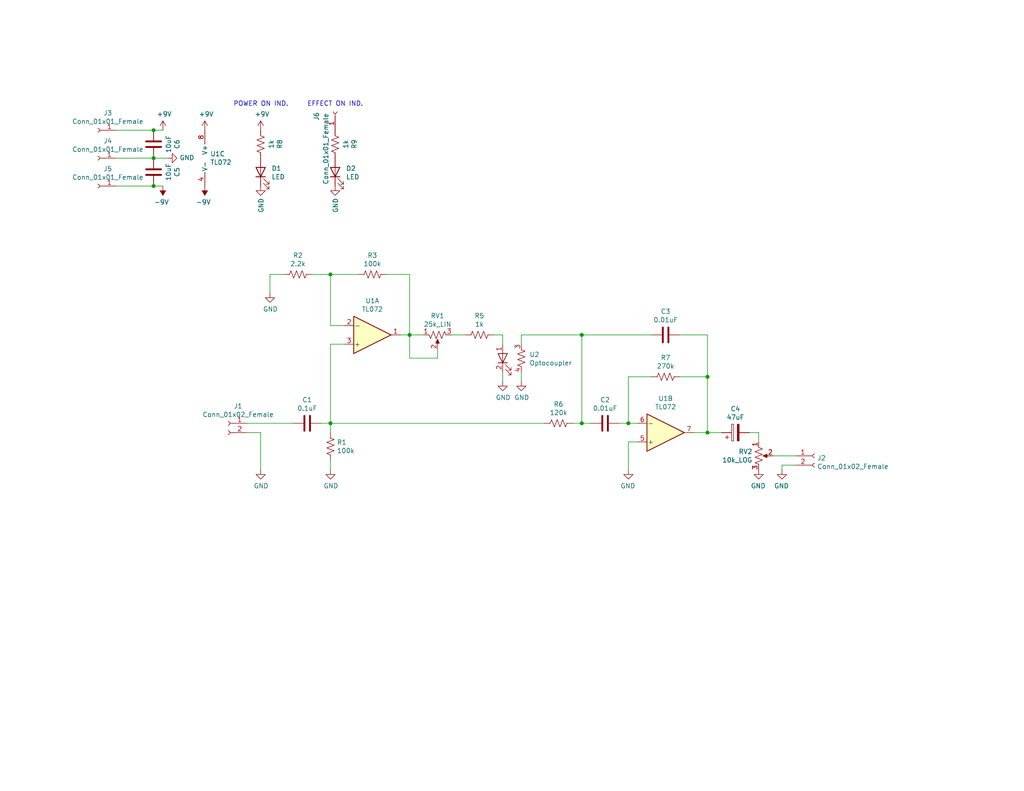
<source format=kicad_sch>
(kicad_sch (version 20211123) (generator eeschema)
  (paper "USLetter")
  (title_block (title "OttoWah"))
  (lib_symbols
    (symbol "Amplifier_Operational:TL072" (pin_names (offset 0.127))
      (property "Reference" "U" (at 0 5.08 0))
      (property "Value" "TL072" (at 0 -5.08 0))
      (symbol "TL072_1_1"
        (polyline (pts (xy -5.08 5.08) (xy 5.08 0) (xy -5.08 -5.08) (xy -5.08 5.08)) (stroke (width 0.254)) (fill (type background)))
        (pin output line (at 7.62 0 180) (length 2.54) (name "~") (number "1"))
        (pin input line (at -7.62 -2.54 0) (length 2.54) (name "-") (number "2"))
        (pin input line (at -7.62 2.54 0) (length 2.54) (name "+") (number "3"))
      )
      (symbol "TL072_2_1"
        (polyline (pts (xy -5.08 5.08) (xy 5.08 0) (xy -5.08 -5.08) (xy -5.08 5.08)) (stroke (width 0.254)) (fill (type background)))
        (pin input line (at -7.62 2.54 0) (length 2.54) (name "+") (number "5"))
        (pin input line (at -7.62 -2.54 0) (length 2.54) (name "-") (number "6"))
        (pin output line (at 7.62 0 180) (length 2.54) (name "~") (number "7"))
      )
      (symbol "TL072_3_1"
        (pin power_in line (at -2.54 -7.62 90) (length 3.81) (name "V-") (number "4"))
        (pin power_in line (at -2.54 7.62 270) (length 3.81) (name "V+") (number "8"))
      )
    )
    (symbol "Connector:Conn_01x01_Female" (pin_names (offset 1.016) hide)
      (property "Reference" "J" (at 0 2.54 0))
      (property "Value" "Conn_01x01_Female" (at 0 -2.54 0))
      (symbol "Conn_01x01_Female_1_1"
        (polyline (pts (xy -1.27 0) (xy -0.508 0)) (stroke (width 0.1524)))
        (arc (start 0 0.508) (mid -0.508 0) (end 0 -0.508) (stroke (width 0.1524)))
        (pin passive line (at -5.08 0 0) (length 3.81) (name "Pin_1") (number "1"))
      )
    )
    (symbol "Connector:Conn_01x02_Female" (pin_names (offset 1.016) hide)
      (property "Reference" "J" (at 0 2.54 0))
      (property "Value" "Conn_01x02_Female" (at 0 -5.08 0))
      (symbol "Conn_01x02_Female_1_1"
        (arc (start 0 -2.032) (mid -0.508 -2.54) (end 0 -3.048) (stroke (width 0.1524)))
        (polyline (pts (xy -1.27 -2.54) (xy -0.508 -2.54)) (stroke (width 0.1524)))
        (polyline (pts (xy -1.27 0) (xy -0.508 0)) (stroke (width 0.1524)))
        (arc (start 0 0.508) (mid -0.508 0) (end 0 -0.508) (stroke (width 0.1524)))
        (pin passive line (at -5.08 0 0) (length 3.81) (name "Pin_1") (number "1"))
        (pin passive line (at -5.08 -2.54 0) (length 3.81) (name "Pin_2") (number "2"))
      )
    )
    (symbol "Device:C" (pin_numbers hide) (pin_names (offset 0.254))
      (property "Reference" "C" (at 0.635 2.54 0))
      (property "Value" "C" (at 0.635 -2.54 0))
      (symbol "C_0_1"
        (polyline (pts (xy -2.032 -0.762) (xy 2.032 -0.762)) (stroke (width 0.508)))
        (polyline (pts (xy -2.032 0.762) (xy 2.032 0.762)) (stroke (width 0.508)))
      )
      (symbol "C_1_1"
        (pin passive line (at 0 3.81 270) (length 2.794) (name "~") (number "1"))
        (pin passive line (at 0 -3.81 90) (length 2.794) (name "~") (number "2"))
      )
    )
    (symbol "Device:LED" (pin_numbers hide) (pin_names (offset 1.016) hide)
      (property "Reference" "D" (at 0 2.54 0))
      (property "Value" "LED" (at 0 -2.54 0))
      (symbol "LED_0_1"
        (polyline (pts (xy -1.27 -1.27) (xy -1.27 1.27)) (stroke (width 0.254)))
        (polyline (pts (xy -1.27 0) (xy 1.27 0)))
        (polyline (pts (xy 1.27 -1.27) (xy 1.27 1.27) (xy -1.27 0) (xy 1.27 -1.27)) (stroke (width 0.254)))
        (polyline (pts (xy -3.048 -0.762) (xy -4.572 -2.286) (xy -3.81 -2.286) (xy -4.572 -2.286) (xy -4.572 -1.524)))
        (polyline (pts (xy -1.778 -0.762) (xy -3.302 -2.286) (xy -2.54 -2.286) (xy -3.302 -2.286) (xy -3.302 -1.524)))
      )
      (symbol "LED_1_1"
        (pin passive line (at -3.81 0 0) (length 2.54) (name "K") (number "1"))
        (pin passive line (at 3.81 0 180) (length 2.54) (name "A") (number "2"))
      )
    )
    (symbol "Device:R_US" (pin_numbers hide) (pin_names (offset 0))
      (property "Reference" "R" (at 2.54 0 90))
      (property "Value" "R_US" (at -2.54 0 90))
      (symbol "R_US_0_1"
        (polyline (pts (xy 0 -2.286) (xy 0 -2.54)))
        (polyline (pts (xy 0 2.286) (xy 0 2.54)))
        (polyline (pts (xy 0 -0.762) (xy 1.016 -1.143) (xy 0 -1.524) (xy -1.016 -1.905) (xy 0 -2.286)))
        (polyline (pts (xy 0 0.762) (xy 1.016 0.381) (xy 0 0) (xy -1.016 -0.381) (xy 0 -0.762)))
        (polyline (pts (xy 0 2.286) (xy 1.016 1.905) (xy 0 1.524) (xy -1.016 1.143) (xy 0 0.762)))
      )
      (symbol "R_US_1_1"
        (pin passive line (at 0 3.81 270) (length 1.27) (name "~") (number "1"))
        (pin passive line (at 0 -3.81 90) (length 1.27) (name "~") (number "2"))
      )
    )
    (symbol "OttoWah-rescue:CP-Device" (pin_numbers hide) (pin_names (offset 0.254))
      (property "Reference" "C" (at 0.635 2.54 0))
      (property "Value" "CP-Device" (at 0.635 -2.54 0))
      (symbol "CP-Device_0_1"
        (rectangle (start -2.286 0.508) (end 2.286 1.016))
        (polyline (pts (xy -1.778 2.286) (xy -0.762 2.286)))
        (polyline (pts (xy -1.27 2.794) (xy -1.27 1.778)))
        (rectangle (start 2.286 -0.508) (end -2.286 -1.016) (fill (type outline)))
      )
      (symbol "CP-Device_1_1"
        (pin passive line (at 0 3.81 270) (length 2.794) (name "~") (number "1"))
        (pin passive line (at 0 -3.81 90) (length 2.794) (name "~") (number "2"))
      )
    )
    (symbol "OttoWah-rescue:Optocoupler-ElectronicsForGuitarists-DentonDaily" (pin_names (offset 1.016) hide)
      (property "Reference" "U" (at -7.62 -1.27 0))
      (property "Value" "Optocoupler-ElectronicsForGuitarists-DentonDaily" (at -7.62 1.27 0))
      (symbol "Optocoupler-ElectronicsForGuitarists-DentonDaily_1_1"
        (polyline (pts (xy -2.54 -7.62) (xy -2.54 -5.08)))
        (polyline (pts (xy -1.27 -7.62) (xy -3.81 -7.62)) (stroke (width 0.2032)))
        (polyline (pts (xy 2.54 -8.636) (xy 2.54 -8.89)))
        (polyline (pts (xy 2.54 -4.064) (xy 2.54 -3.81)))
        (polyline (pts (xy -1.27 -5.08) (xy -3.81 -5.08) (xy -2.54 -7.62) (xy -1.27 -5.08)) (stroke (width 0.2032)))
        (polyline (pts (xy -1.778 -9.398) (xy -0.254 -10.922) (xy -0.254 -10.16) (xy -0.254 -10.922) (xy -1.016 -10.922)))
        (polyline (pts (xy -1.778 -8.128) (xy -0.254 -9.652) (xy -0.254 -8.89) (xy -0.254 -9.652) (xy -1.016 -9.652)))
        (polyline (pts (xy 2.54 -7.112) (xy 3.556 -7.493) (xy 2.54 -7.874) (xy 1.524 -8.255) (xy 2.54 -8.636)))
        (polyline (pts (xy 2.54 -5.588) (xy 3.556 -5.969) (xy 2.54 -6.35) (xy 1.524 -6.731) (xy 2.54 -7.112)))
        (polyline (pts (xy 2.54 -4.064) (xy 3.556 -4.445) (xy 2.54 -4.826) (xy 1.524 -5.207) (xy 2.54 -5.588)))
        (pin passive line (at -2.54 -2.54 270) (length 2.54) (name "A") (number "1"))
        (pin passive line (at -2.54 -10.16 90) (length 2.54) (name "K") (number "2"))
        (pin passive line (at 2.54 -2.54 270) (length 1.27) (name "~") (number "3"))
        (pin passive line (at 2.54 -10.16 90) (length 1.27) (name "~") (number "4"))
      )
    )
    (symbol "OttoWah-rescue:R_POT_US-Device" (pin_names (offset 1.016) hide)
      (property "Reference" "RV" (at -4.445 0 90))
      (property "Value" "R_POT_US-Device" (at -2.54 0 90))
      (symbol "R_POT_US-Device_0_1"
        (polyline (pts (xy 0 -2.286) (xy 0 -2.54)))
        (polyline (pts (xy 0 2.54) (xy 0 2.286)))
        (polyline (pts (xy 2.54 0) (xy 1.524 0)))
        (polyline (pts (xy 1.143 0) (xy 2.286 0.508) (xy 2.286 -0.508) (xy 1.143 0)) (fill (type outline)))
        (polyline (pts (xy 0 -0.762) (xy 1.016 -1.143) (xy 0 -1.524) (xy -1.016 -1.905) (xy 0 -2.286)))
        (polyline (pts (xy 0 0.762) (xy 1.016 0.381) (xy 0 0) (xy -1.016 -0.381) (xy 0 -0.762)))
        (polyline (pts (xy 0 2.286) (xy 1.016 1.905) (xy 0 1.524) (xy -1.016 1.143) (xy 0 0.762)))
      )
      (symbol "R_POT_US-Device_1_1"
        (pin passive line (at 0 3.81 270) (length 1.27) (name "1") (number "1"))
        (pin passive line (at 3.81 0 180) (length 1.27) (name "2") (number "2"))
        (pin passive line (at 0 -3.81 90) (length 1.27) (name "3") (number "3"))
      )
    )
    (symbol "power:+9V" (power) (pin_names (offset 0))
      (property "Value" "+9V" (at 0 3.556 0))
      (symbol "+9V_0_1"
        (polyline (pts (xy -0.762 1.27) (xy 0 2.54)))
        (polyline (pts (xy 0 0) (xy 0 2.54)))
        (polyline (pts (xy 0 2.54) (xy 0.762 1.27)))
      )
      (symbol "+9V_1_1"
        (pin power_in line (at 0 0 90) (length 0) hide (name "+9V") (number "1"))
      )
    )
    (symbol "power:-9V" (power) (pin_names (offset 0))
      (property "Value" "-9V" (at 0 3.81 0))
      (symbol "-9V_0_1"
        (polyline (pts (xy 0 0) (xy 0 2.54)))
        (polyline (pts (xy 0.762 1.27) (xy -0.762 1.27) (xy 0 2.54) (xy 0.762 1.27)) (fill (type outline)))
      )
      (symbol "-9V_1_1"
        (pin power_in line (at 0 0 90) (length 0) hide (name "-9V") (number "1"))
      )
    )
    (symbol "power:GND" (power) (pin_names (offset 0))
      (property "Value" "GND" (at 0 -3.81 0))
      (symbol "GND_0_1"
        (polyline (pts (xy 0 0) (xy 0 -1.27) (xy 1.27 -1.27) (xy 0 -2.54) (xy -1.27 -1.27) (xy 0 -1.27)))
      )
      (symbol "GND_1_1"
        (pin power_in line (at 0 0 270) (length 0) hide (name "GND") (number "1"))
      )
    )
  )
  (junction (at 193.04 102.87))
  (junction (at 90.17 74.93))
  (junction (at 158.75 115.57))
  (junction (at 90.17 115.57))
  (junction (at 41.91 35.56))
  (junction (at 193.04 118.11))
  (junction (at 158.75 91.44))
  (junction (at 171.45 115.57))
  (junction (at 41.91 43.18))
  (junction (at 41.91 50.8))
  (junction (at 111.76 91.44))
  (wire (pts (xy 137.16 91.44) (xy 137.16 93.98)))
  (wire (pts (xy 90.17 125.73) (xy 90.17 128.27)))
  (wire (pts (xy 41.91 43.18) (xy 45.72 43.18)))
  (wire (pts (xy 93.98 93.98) (xy 90.17 93.98)))
  (wire (pts (xy 185.42 91.44) (xy 193.04 91.44)))
  (wire (pts (xy 77.47 74.93) (xy 73.66 74.93)))
  (wire (pts (xy 111.76 91.44) (xy 115.57 91.44)))
  (wire (pts (xy 142.24 91.44) (xy 158.75 91.44)))
  (wire (pts (xy 171.45 115.57) (xy 173.99 115.57)))
  (wire (pts (xy 31.75 35.56) (xy 41.91 35.56)))
  (wire (pts (xy 41.91 35.56) (xy 44.45 35.56)))
  (wire (pts (xy 213.36 127) (xy 213.36 128.27)))
  (wire (pts (xy 123.19 91.44) (xy 127 91.44)))
  (wire (pts (xy 158.75 115.57) (xy 161.29 115.57)))
  (wire (pts (xy 90.17 88.9) (xy 93.98 88.9)))
  (wire (pts (xy 185.42 102.87) (xy 193.04 102.87)))
  (wire (pts (xy 41.91 50.8) (xy 44.45 50.8)))
  (wire (pts (xy 119.38 97.79) (xy 119.38 95.25)))
  (wire (pts (xy 73.66 74.93) (xy 73.66 80.01)))
  (wire (pts (xy 173.99 120.65) (xy 171.45 120.65)))
  (wire (pts (xy 71.12 118.11) (xy 71.12 128.27)))
  (wire (pts (xy 31.75 43.18) (xy 41.91 43.18)))
  (wire (pts (xy 158.75 91.44) (xy 158.75 115.57)))
  (wire (pts (xy 217.17 127) (xy 213.36 127)))
  (wire (pts (xy 142.24 91.44) (xy 142.24 93.98)))
  (wire (pts (xy 87.63 115.57) (xy 90.17 115.57)))
  (wire (pts (xy 171.45 120.65) (xy 171.45 128.27)))
  (wire (pts (xy 109.22 91.44) (xy 111.76 91.44)))
  (wire (pts (xy 67.31 118.11) (xy 71.12 118.11)))
  (wire (pts (xy 111.76 91.44) (xy 111.76 74.93)))
  (wire (pts (xy 137.16 101.6) (xy 137.16 104.14)))
  (wire (pts (xy 193.04 91.44) (xy 193.04 102.87)))
  (wire (pts (xy 67.31 115.57) (xy 80.01 115.57)))
  (wire (pts (xy 31.75 50.8) (xy 41.91 50.8)))
  (wire (pts (xy 142.24 101.6) (xy 142.24 104.14)))
  (wire (pts (xy 148.59 115.57) (xy 90.17 115.57)))
  (wire (pts (xy 193.04 118.11) (xy 189.23 118.11)))
  (wire (pts (xy 207.01 118.11) (xy 207.01 120.65)))
  (wire (pts (xy 168.91 115.57) (xy 171.45 115.57)))
  (wire (pts (xy 177.8 102.87) (xy 171.45 102.87)))
  (wire (pts (xy 193.04 118.11) (xy 196.85 118.11)))
  (wire (pts (xy 111.76 74.93) (xy 105.41 74.93)))
  (wire (pts (xy 90.17 115.57) (xy 90.17 93.98)))
  (wire (pts (xy 90.17 74.93) (xy 90.17 88.9)))
  (wire (pts (xy 134.62 91.44) (xy 137.16 91.44)))
  (wire (pts (xy 97.79 74.93) (xy 90.17 74.93)))
  (wire (pts (xy 193.04 102.87) (xy 193.04 118.11)))
  (wire (pts (xy 111.76 97.79) (xy 119.38 97.79)))
  (wire (pts (xy 85.09 74.93) (xy 90.17 74.93)))
  (wire (pts (xy 156.21 115.57) (xy 158.75 115.57)))
  (wire (pts (xy 90.17 115.57) (xy 90.17 118.11)))
  (wire (pts (xy 171.45 102.87) (xy 171.45 115.57)))
  (wire (pts (xy 210.82 124.46) (xy 217.17 124.46)))
  (wire (pts (xy 177.8 91.44) (xy 158.75 91.44)))
  (wire (pts (xy 204.47 118.11) (xy 207.01 118.11)))
  (wire (pts (xy 111.76 91.44) (xy 111.76 97.79)))
  (text "EFFECT ON IND.\n" (at 83.82 29.21 0) (effects (font (size 1.27 1.27)) (justify left bottom)))
  (text "POWER ON IND.\n" (at 78.74 29.21 180) (effects (font (size 1.27 1.27)) (justify right bottom)))
  (symbol (lib_id "Device:C") (at 83.82 115.57 270) (unit 1)
    (property "Reference" "C1" (at 83.82 109.1692 90))
    (property "Value" "0.1uF" (at 83.82 111.4806 90))
    (property "Footprint" "Capacitor_THT:C_Disc_D5.0mm_W2.5mm_P5.00mm" (effects hide))
  )
  (symbol (lib_id "Device:R_US") (at 90.17 121.92 0) (unit 1)
    (property "Reference" "R1" (at 91.8972 120.7516 0) (effects (justify left)))
    (property "Value" "100k" (at 91.8972 123.063 0) (effects (justify left)))
    (property "Footprint" "Resistor_THT:R_Axial_DIN0204_L3.6mm_D1.6mm_P5.08mm_Horizontal" (effects hide))
  )
  (symbol (lib_id "power:GND") (at 90.17 128.27 0) (unit 1)
    (property "Reference" "#PWR0101" (effects hide))
    (property "Value" "GND" (at 90.297 132.6642 0))
  )
  (symbol (lib_id "Amplifier_Operational:TL072") (at 101.6 91.44 0) (mirror x) (unit 1)
    (property "Reference" "U1" (at 101.6 82.1182 0))
    (property "Value" "TL072" (at 101.6 84.4296 0))
    (property "Footprint" "Package_DIP:DIP-8_W7.62mm_Socket" (effects hide))
    (property "Datasheet" "http://www.ti.com/lit/ds/symlink/tl071.pdf" (effects hide))
  )
  (symbol (lib_id "Amplifier_Operational:TL072") (at 181.61 118.11 0) (mirror x) (unit 2)
    (property "Reference" "U1" (at 181.61 108.7882 0))
    (property "Value" "TL072" (at 181.61 111.0996 0))
    (property "Footprint" "Package_DIP:DIP-8_W7.62mm_Socket" (effects hide))
    (property "Datasheet" "http://www.ti.com/lit/ds/symlink/tl071.pdf" (effects hide))
  )
  (symbol (lib_id "Amplifier_Operational:TL072") (at 58.42 43.18 0) (unit 3)
    (property "Reference" "U1" (at 57.3532 42.0116 0) (effects (justify left)))
    (property "Value" "TL072" (at 57.3532 44.323 0) (effects (justify left)))
    (property "Footprint" "Package_DIP:DIP-8_W7.62mm_Socket" (effects hide))
    (property "Datasheet" "http://www.ti.com/lit/ds/symlink/tl071.pdf" (effects hide))
  )
  (symbol (lib_id "Device:C") (at 41.91 46.99 180) (unit 1)
    (property "Reference" "C5" (at 48.3108 46.99 90))
    (property "Value" "10uF" (at 45.9994 46.99 90))
    (property "Footprint" "Capacitor_THT:C_Disc_D5.0mm_W2.5mm_P5.00mm" (effects hide))
  )
  (symbol (lib_id "Device:C") (at 41.91 39.37 180) (unit 1)
    (property "Reference" "C6" (at 48.3108 39.37 90))
    (property "Value" "10uF" (at 45.9994 39.37 90))
    (property "Footprint" "Capacitor_THT:C_Disc_D5.0mm_W2.5mm_P5.00mm" (effects hide))
  )
  (symbol (lib_id "OttoWah-rescue:R_POT_US-Device") (at 119.38 91.44 90) (mirror x) (unit 1)
    (property "Reference" "RV1" (at 119.38 86.233 90))
    (property "Value" "25k_LIN" (at 119.38 88.5444 90))
    (property "Footprint" "Connector_PinHeader_2.54mm:PinHeader_1x03_P2.54mm_Vertical" (effects hide))
  )
  (symbol (lib_id "Device:R_US") (at 101.6 74.93 270) (unit 1)
    (property "Reference" "R3" (at 101.6 69.723 90))
    (property "Value" "100k" (at 101.6 72.0344 90))
    (property "Footprint" "Resistor_THT:R_Axial_DIN0204_L3.6mm_D1.6mm_P5.08mm_Horizontal" (effects hide))
  )
  (symbol (lib_id "Device:R_US") (at 81.28 74.93 270) (unit 1)
    (property "Reference" "R2" (at 81.28 69.723 90))
    (property "Value" "2.2k" (at 81.28 72.0344 90))
    (property "Footprint" "Resistor_THT:R_Axial_DIN0204_L3.6mm_D1.6mm_P5.08mm_Horizontal" (effects hide))
  )
  (symbol (lib_id "power:GND") (at 73.66 80.01 0) (unit 1)
    (property "Reference" "#PWR0102" (effects hide))
    (property "Value" "GND" (at 73.787 84.4042 0))
  )
  (symbol (lib_id "OttoWah-rescue:Optocoupler-ElectronicsForGuitarists-DentonDaily") (at 139.7 91.44 0) (unit 1)
    (property "Reference" "U2" (at 144.4498 96.7994 0) (effects (justify left)))
    (property "Value" "Optocoupler" (at 144.4498 99.1108 0) (effects (justify left)))
    (property "Footprint" "ElectronicsForGuitarists-DentonDaily:Optocoupler" (effects hide))
  )
  (symbol (lib_id "Connector:Conn_01x02_Female") (at 62.23 115.57 0) (mirror y) (unit 1)
    (property "Reference" "J1" (at 64.9732 110.871 0))
    (property "Value" "Conn_01x02_Female" (at 64.9732 113.1824 0))
    (property "Footprint" "Connector_PinHeader_2.54mm:PinHeader_1x02_P2.54mm_Vertical" (effects hide))
  )
  (symbol (lib_id "Device:R_US") (at 130.81 91.44 270) (unit 1)
    (property "Reference" "R5" (at 130.81 86.233 90))
    (property "Value" "1k" (at 130.81 88.5444 90))
    (property "Footprint" "Resistor_THT:R_Axial_DIN0204_L3.6mm_D1.6mm_P5.08mm_Horizontal" (effects hide))
  )
  (symbol (lib_id "power:GND") (at 71.12 128.27 0) (unit 1)
    (property "Reference" "#PWR0112" (effects hide))
    (property "Value" "GND" (at 71.247 132.6642 0))
  )
  (symbol (lib_id "power:GND") (at 137.16 104.14 0) (unit 1)
    (property "Reference" "#PWR0103" (effects hide))
    (property "Value" "GND" (at 137.287 108.5342 0))
  )
  (symbol (lib_id "power:GND") (at 142.24 104.14 0) (unit 1)
    (property "Reference" "#PWR0104" (effects hide))
    (property "Value" "GND" (at 142.367 108.5342 0))
  )
  (symbol (lib_id "Connector:Conn_01x02_Female") (at 222.25 124.46 0) (unit 1)
    (property "Reference" "J2" (at 222.9612 125.0696 0) (effects (justify left)))
    (property "Value" "Conn_01x02_Female" (at 222.9612 127.381 0) (effects (justify left)))
    (property "Footprint" "Connector_PinHeader_2.54mm:PinHeader_1x02_P2.54mm_Vertical" (effects hide))
  )
  (symbol (lib_id "power:GND") (at 213.36 128.27 0) (mirror y) (unit 1)
    (property "Reference" "#PWR0113" (effects hide))
    (property "Value" "GND" (at 213.233 132.6642 0))
  )
  (symbol (lib_id "Device:R_US") (at 152.4 115.57 270) (unit 1)
    (property "Reference" "R6" (at 152.4 110.363 90))
    (property "Value" "120k" (at 152.4 112.6744 90))
    (property "Footprint" "Resistor_THT:R_Axial_DIN0204_L3.6mm_D1.6mm_P5.08mm_Horizontal" (effects hide))
  )
  (symbol (lib_id "Device:C") (at 165.1 115.57 270) (unit 1)
    (property "Reference" "C2" (at 165.1 109.1692 90))
    (property "Value" "0.01uF" (at 165.1 111.4806 90))
    (property "Footprint" "Capacitor_THT:C_Disc_D5.0mm_W2.5mm_P5.00mm" (effects hide))
  )
  (symbol (lib_id "Device:C") (at 181.61 91.44 270) (unit 1)
    (property "Reference" "C3" (at 181.61 85.0392 90))
    (property "Value" "0.01uF" (at 181.61 87.3506 90))
    (property "Footprint" "Capacitor_THT:C_Disc_D5.0mm_W2.5mm_P5.00mm" (effects hide))
  )
  (symbol (lib_id "Device:R_US") (at 181.61 102.87 270) (unit 1)
    (property "Reference" "R7" (at 181.61 97.663 90))
    (property "Value" "270k" (at 181.61 99.9744 90))
    (property "Footprint" "Resistor_THT:R_Axial_DIN0204_L3.6mm_D1.6mm_P5.08mm_Horizontal" (effects hide))
  )
  (symbol (lib_id "power:GND") (at 171.45 128.27 0) (mirror y) (unit 1)
    (property "Reference" "#PWR0105" (effects hide))
    (property "Value" "GND" (at 171.323 132.6642 0))
  )
  (symbol (lib_id "OttoWah-rescue:CP-Device") (at 200.66 118.11 90) (unit 1)
    (property "Reference" "C4" (at 200.66 111.633 90))
    (property "Value" "47uF" (at 200.66 113.9444 90))
    (property "Footprint" "Capacitor_THT:C_Disc_D5.0mm_W2.5mm_P5.00mm" (effects hide))
  )
  (symbol (lib_id "OttoWah-rescue:R_POT_US-Device") (at 207.01 124.46 0) (unit 1)
    (property "Reference" "RV2" (at 205.3082 123.2916 0) (effects (justify right)))
    (property "Value" "10k_LOG" (at 205.3082 125.603 0) (effects (justify right)))
    (property "Footprint" "Connector_PinHeader_2.54mm:PinHeader_1x03_P2.54mm_Vertical" (effects hide))
  )
  (symbol (lib_id "power:GND") (at 207.01 128.27 0) (mirror y) (unit 1)
    (property "Reference" "#PWR0106" (effects hide))
    (property "Value" "GND" (at 206.883 132.6642 0))
  )
  (symbol (lib_id "Device:LED") (at 71.12 46.99 90) (unit 1)
    (property "Reference" "D1" (at 74.0918 45.9994 90) (effects (justify right)))
    (property "Value" "LED" (at 74.0918 48.3108 90) (effects (justify right)))
    (property "Footprint" "Connector_PinHeader_2.54mm:PinHeader_1x02_P2.54mm_Vertical" (effects hide))
  )
  (symbol (lib_id "Device:LED") (at 91.44 46.99 90) (unit 1)
    (property "Reference" "D2" (at 94.4118 45.9994 90) (effects (justify right)))
    (property "Value" "LED" (at 94.4118 48.3108 90) (effects (justify right)))
    (property "Footprint" "Connector_PinHeader_2.54mm:PinHeader_1x02_P2.54mm_Vertical" (effects hide))
  )
  (symbol (lib_id "Device:R_US") (at 71.12 39.37 180) (unit 1)
    (property "Reference" "R8" (at 76.327 39.37 90))
    (property "Value" "1k" (at 74.0156 39.37 90))
    (property "Footprint" "Resistor_THT:R_Axial_DIN0204_L3.6mm_D1.6mm_P5.08mm_Horizontal" (effects hide))
  )
  (symbol (lib_id "Device:R_US") (at 91.44 39.37 180) (unit 1)
    (property "Reference" "R9" (at 96.647 39.37 90))
    (property "Value" "1k" (at 94.3356 39.37 90))
    (property "Footprint" "Resistor_THT:R_Axial_DIN0204_L3.6mm_D1.6mm_P5.08mm_Horizontal" (effects hide))
  )
  (symbol (lib_id "power:GND") (at 71.12 50.8 0) (unit 1)
    (property "Reference" "#PWR0114" (effects hide))
    (property "Value" "GND" (at 71.247 54.0512 90) (effects (justify right)))
  )
  (symbol (lib_id "power:GND") (at 91.44 50.8 0) (unit 1)
    (property "Reference" "#PWR0115" (effects hide))
    (property "Value" "GND" (at 91.567 54.0512 90) (effects (justify right)))
  )
  (symbol (lib_id "power:+9V") (at 71.12 35.56 0) (unit 1)
    (property "Reference" "#PWR0116" (effects hide))
    (property "Value" "+9V" (at 71.501 31.1658 0))
  )
  (symbol (lib_id "Connector:Conn_01x01_Female") (at 91.44 30.48 90) (unit 1)
    (property "Reference" "J6" (at 86.36 31.75 0))
    (property "Value" "Conn_01x01_Female" (at 88.9 40.64 0))
    (property "Footprint" "Connector_PinHeader_2.54mm:PinHeader_1x01_P2.54mm_Vertical" (effects hide))
  )
  (symbol (lib_id "power:+9V") (at 55.88 35.56 0) (unit 1)
    (property "Reference" "#PWR0107" (effects hide))
    (property "Value" "+9V" (at 56.261 31.1658 0))
  )
  (symbol (lib_id "power:-9V") (at 55.88 50.8 180) (unit 1)
    (property "Reference" "#PWR0108" (effects hide))
    (property "Value" "-9V" (at 55.499 55.1942 0))
  )
  (symbol (lib_id "Connector:Conn_01x01_Female") (at 26.67 35.56 0) (mirror y) (unit 1)
    (property "Reference" "J3" (at 29.4132 30.861 0))
    (property "Value" "Conn_01x01_Female" (at 29.4132 33.1724 0))
    (property "Footprint" "Connector_PinHeader_2.54mm:PinHeader_1x01_P2.54mm_Vertical" (effects hide))
  )
  (symbol (lib_id "Connector:Conn_01x01_Female") (at 26.67 50.8 0) (mirror y) (unit 1)
    (property "Reference" "J5" (at 29.4132 46.101 0))
    (property "Value" "Conn_01x01_Female" (at 29.4132 48.4124 0))
    (property "Footprint" "Connector_PinHeader_2.54mm:PinHeader_1x01_P2.54mm_Vertical" (effects hide))
  )
  (symbol (lib_id "Connector:Conn_01x01_Female") (at 26.67 43.18 0) (mirror y) (unit 1)
    (property "Reference" "J4" (at 29.4132 38.481 0))
    (property "Value" "Conn_01x01_Female" (at 29.4132 40.7924 0))
    (property "Footprint" "Connector_PinHeader_2.54mm:PinHeader_1x01_P2.54mm_Vertical" (effects hide))
  )
  (symbol (lib_id "power:+9V") (at 44.45 35.56 0) (unit 1)
    (property "Reference" "#PWR0109" (effects hide))
    (property "Value" "+9V" (at 44.831 31.1658 0))
  )
  (symbol (lib_id "power:-9V") (at 44.45 50.8 180) (unit 1)
    (property "Reference" "#PWR0110" (effects hide))
    (property "Value" "-9V" (at 44.069 55.1942 0))
  )
  (symbol (lib_id "power:GND") (at 45.72 43.18 90) (unit 1)
    (property "Reference" "#PWR0111" (effects hide))
    (property "Value" "GND" (at 48.9712 43.053 90) (effects (justify right)))
  )
)
</source>
